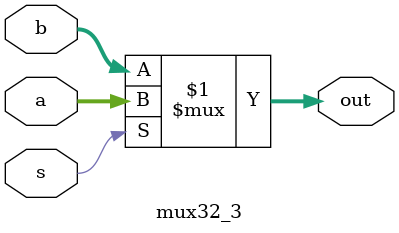
<source format=sv>
module mux32_3(input s, input [31:0] a, input [31:0] b, output [31:0] out);
  assign out = s ? a : b;
endmodule

</source>
